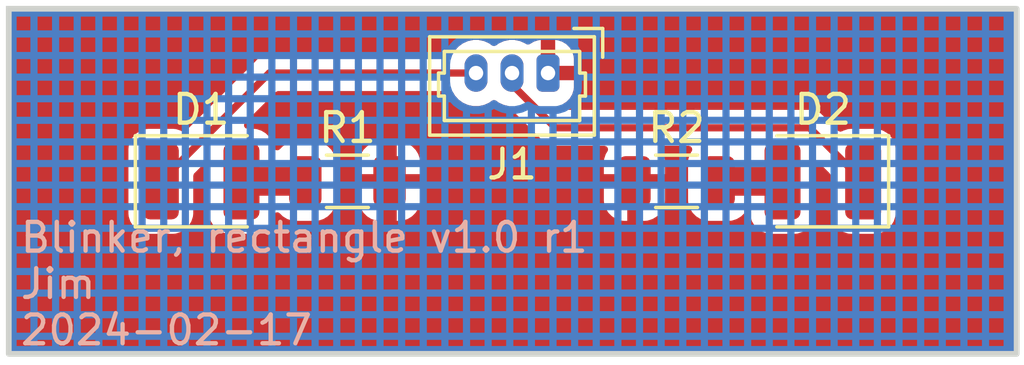
<source format=kicad_pcb>
(kicad_pcb (version 20221018) (generator pcbnew)
  (layers (0 "F.Cu" signal) (31 "B.Cu" signal) (34 "B.Paste" user) (35 "F.Paste" user) (36 "B.SilkS" user "B.Silkscreen") (37 "F.SilkS" user "F.Silkscreen") (38 "B.Mask" user) (39 "F.Mask" user) (44 "Edge.Cuts" user))
  (net 0 "")
  (net 1 "Net-(D1-K)")
  (net 2 "Net-(D1-A)")
  (net 3 "Net-(D2-K)")
  (net 4 "Net-(D2-A)")
  (net 5 "VCC")
  (footprint "Resistor_SMD:R_1206_3216Metric" (layer "F.Cu") (at 111.76 106 180)
    (fp_text reference "R1" (at 0 1.86) (layer "F.SilkS"))
    (fp_text value "R" hide)
    (fp_line (start -0.727064 -0.91) (end 0.727064 -0.91) (stroke (width 0.12)) (layer "F.SilkS"))
    (fp_line (start -0.727064 0.91) (end 0.727064 0.91) (stroke (width 0.12)) (layer "F.SilkS"))
    (pad "1" smd roundrect (at -1.4625 0 180) (size 1.125 1.75) (layers "F.Cu" "F.Paste" "F.Mask") (roundrect_rratio 0.2222222222) (net 5 "VCC"))
    (pad "2" smd roundrect (at 1.4625 0 180) (size 1.125 1.75) (layers "F.Cu" "F.Paste" "F.Mask") (roundrect_rratio 0.2222222222) (net 2 "Net-(D1-A)"))
  )
  (footprint "Connector_Molex:Molex_PicoBlade_53047-0310_1x03_P1.25mm_Vertical" (layer "F.Cu") (at 118.725 102.235 180)
    (fp_text reference "J1" (at 1.25 -3.175) (layer "F.SilkS"))
    (fp_text value "To Base")
    (fp_line (start -1.9 1.55) (end -1.9 0.55) (stroke (width 0.12)) (layer "F.SilkS"))
    (fp_line (start -1.9 1.55) (end -0.9 1.55) (stroke (width 0.12)) (layer "F.SilkS"))
    (fp_line (start -1.61 -2.16) (end -1.61 1.26) (stroke (width 0.12)) (layer "F.SilkS"))
    (fp_line (start -1.61 1.26) (end 4.11 1.26) (stroke (width 0.12)) (layer "F.SilkS"))
    (fp_line (start -1.3 -0.8) (end -1.1 -0.8) (stroke (width 0.12)) (layer "F.SilkS"))
    (fp_line (start -1.3 0) (end -1.3 -0.8) (stroke (width 0.12)) (layer "F.SilkS"))
    (fp_line (start -1.1 -1.65) (end 1.25 -1.65) (stroke (width 0.12)) (layer "F.SilkS"))
    (fp_line (start -1.1 -0.8) (end -1.1 -1.65) (stroke (width 0.12)) (layer "F.SilkS"))
    (fp_line (start -1.1 0) (end -1.3 0) (stroke (width 0.12)) (layer "F.SilkS"))
    (fp_line (start -1.1 0.75) (end -1.1 0) (stroke (width 0.12)) (layer "F.SilkS"))
    (fp_line (start 1.25 0.75) (end -1.1 0.75) (stroke (width 0.12)) (layer "F.SilkS"))
    (fp_line (start 1.25 0.75) (end 3.6 0.75) (stroke (width 0.12)) (layer "F.SilkS"))
    (fp_line (start 3.6 -1.65) (end 1.25 -1.65) (stroke (width 0.12)) (layer "F.SilkS"))
    (fp_line (start 3.6 -0.8) (end 3.6 -1.65) (stroke (width 0.12)) (layer "F.SilkS"))
    (fp_line (start 3.6 0) (end 3.8 0) (stroke (width 0.12)) (layer "F.SilkS"))
    (fp_line (start 3.6 0.75) (end 3.6 0) (stroke (width 0.12)) (layer "F.SilkS"))
    (fp_line (start 3.8 -0.8) (end 3.6 -0.8) (stroke (width 0.12)) (layer "F.SilkS"))
    (fp_line (start 3.8 0) (end 3.8 -0.8) (stroke (width 0.12)) (layer "F.SilkS"))
    (fp_line (start 4.11 -2.16) (end -1.61 -2.16) (stroke (width 0.12)) (layer "F.SilkS"))
    (fp_line (start 4.11 1.26) (end 4.11 -2.16) (stroke (width 0.12)) (layer "F.SilkS"))
    (pad "1" thru_hole roundrect (at 0 0 180) (size 0.8 1.3) (drill 0.5) (layers "*.Cu" "*.Mask") (net 5 "VCC"))
    (pad "2" thru_hole oval (at 1.25 0 180) (size 0.8 1.3) (drill 0.5) (layers "*.Cu" "*.Mask") (net 3 "Net-(D2-K)"))
    (pad "3" thru_hole oval (at 2.5 0 180) (size 0.8 1.3) (drill 0.5) (layers "*.Cu" "*.Mask") (net 1 "Net-(D1-K)"))
  )
  (footprint "Resistor_SMD:R_1206_3216Metric" (layer "F.Cu") (at 123.19 106)
    (fp_text reference "R2" (at 0 -1.86) (layer "F.SilkS"))
    (fp_text value "R" hide)
    (fp_line (start -0.727064 -0.91) (end 0.727064 -0.91) (stroke (width 0.12)) (layer "F.SilkS"))
    (fp_line (start -0.727064 0.91) (end 0.727064 0.91) (stroke (width 0.12)) (layer "F.SilkS"))
    (pad "1" smd roundrect (at -1.4625 0) (size 1.125 1.75) (layers "F.Cu" "F.Paste" "F.Mask") (roundrect_rratio 0.2222222222) (net 5 "VCC"))
    (pad "2" smd roundrect (at 1.4625 0) (size 1.125 1.75) (layers "F.Cu" "F.Paste" "F.Mask") (roundrect_rratio 0.2222222222) (net 4 "Net-(D2-A)"))
  )
  (footprint "LED_SMD:LED_1210_3225Metric" (layer "F.Cu") (at 128.27 106 180)
    (fp_text reference "D2" (at 0 2.495) (layer "F.SilkS"))
    (fp_text value "LED" hide)
    (fp_line (start -2.285 -1.585) (end -2.285 1.585) (stroke (width 0.12)) (layer "F.SilkS"))
    (fp_line (start -2.285 1.585) (end 1.6 1.585) (stroke (width 0.12)) (layer "F.SilkS"))
    (fp_line (start 1.6 -1.585) (end -2.285 -1.585) (stroke (width 0.12)) (layer "F.SilkS"))
    (pad "1" smd roundrect (at -1.4 0 180) (size 1.25 2.65) (layers "F.Cu" "F.Paste" "F.Mask") (roundrect_rratio 0.2) (net 3 "Net-(D2-K)"))
    (pad "2" smd roundrect (at 1.4 0 180) (size 1.25 2.65) (layers "F.Cu" "F.Paste" "F.Mask") (roundrect_rratio 0.2) (net 4 "Net-(D2-A)"))
  )
  (footprint "LED_SMD:LED_1210_3225Metric" (layer "F.Cu") (at 106.68 106)
    (fp_text reference "D1" (at 0 -2.495) (layer "F.SilkS"))
    (fp_text value "LED" hide)
    (fp_line (start -2.285 -1.585) (end -2.285 1.585) (stroke (width 0.12)) (layer "F.SilkS"))
    (fp_line (start -2.285 1.585) (end 1.6 1.585) (stroke (width 0.12)) (layer "F.SilkS"))
    (fp_line (start 1.6 -1.585) (end -2.285 -1.585) (stroke (width 0.12)) (layer "F.SilkS"))
    (pad "1" smd roundrect (at -1.4 0) (size 1.25 2.65) (layers "F.Cu" "F.Paste" "F.Mask") (roundrect_rratio 0.2) (net 1 "Net-(D1-K)"))
    (pad "2" smd roundrect (at 1.4 0) (size 1.25 2.65) (layers "F.Cu" "F.Paste" "F.Mask") (roundrect_rratio 0.2) (net 2 "Net-(D1-A)"))
  )
  (gr_rect (start 100 100) (end 135 112) (stroke (width 0.2)) (fill none) (layer "Edge.Cuts"))
  (gr_text "Blinker, rectangle v1.0 r1\nJim\n2024-02-17" (at 100.33 111.76) (layer "B.SilkS") (effects (font (size 1 1)) (justify left bottom)))
  (segment (start 109.045 102.235) (end 105.28 106) (width 0.25) (layer "F.Cu") (net 1))
  (segment (start 116.225 102.235) (end 109.045 102.235) (width 0.25) (layer "F.Cu") (net 1))
  (segment (start 110.2975 106) (end 108.08 106) (width 1) (layer "F.Cu") (net 2))
  (segment (start 117.475 102.635) (end 118.98 104.14) (width 0.25) (layer "F.Cu") (net 3))
  (segment (start 127.81 104.14) (end 129.67 106) (width 0.25) (layer "F.Cu") (net 3))
  (segment (start 118.98 104.14) (end 127.81 104.14) (width 0.25) (layer "F.Cu") (net 3))
  (segment (start 117.475 102.235) (end 117.475 102.635) (width 0.25) (layer "F.Cu") (net 3))
  (segment (start 126.87 106) (end 124.6525 106) (width 1) (layer "F.Cu") (net 4))
  (zone (net 5) (net_name "VCC") (layer "F.Cu") (connect_pads (clearance 0.5)) (min_thickness 0.25) (fill yes (thermal_gap 0.5) (thermal_bridge_width 0.5))
    (polygon (pts (xy 99.695 99.695) (xy 135.255 99.695) (xy 135.255 112.395) (xy 99.695 112.395)))
  )
  (zone (net 0) (net_name "") (layer "B.Cu") (priority 1) (connect_pads (clearance 0.5)) (min_thickness 0.25) (fill yes (mode hatch) (thermal_gap 0.5) (thermal_bridge_width 0.5) (island_removal_mode 1) (island_area_min 10) (hatch_thickness 0.25) (hatch_gap 0.5) (hatch_orientation 0) (hatch_border_algorithm hatch_thickness) (hatch_min_hole_area 0.3))
    (polygon (pts (xy 99.695 99.695) (xy 135.255 99.695) (xy 135.255 112.395) (xy 99.695 112.395)))
  )
)
</source>
